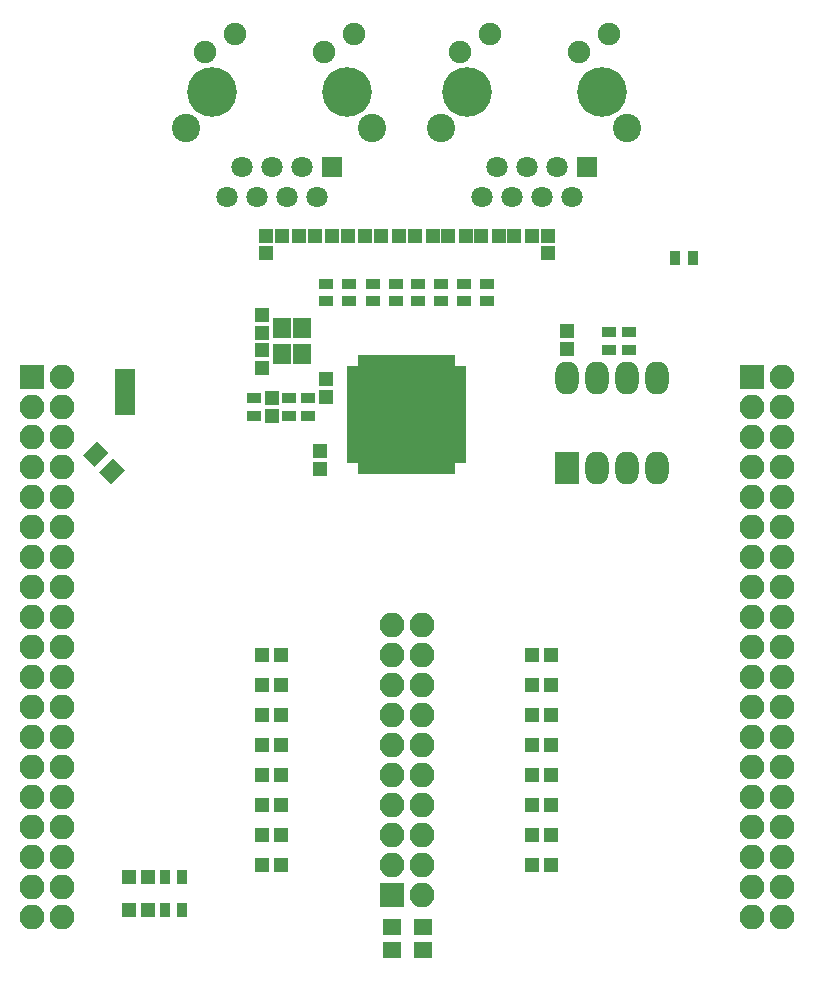
<source format=gbr>
G04 #@! TF.FileFunction,Soldermask,Top*
%FSLAX46Y46*%
G04 Gerber Fmt 4.6, Leading zero omitted, Abs format (unit mm)*
G04 Created by KiCad (PCBNEW 4.0.6) date 04/07/17 01:25:25*
%MOMM*%
%LPD*%
G01*
G04 APERTURE LIST*
%ADD10C,0.100000*%
%ADD11R,2.000000X2.800000*%
%ADD12O,2.000000X2.800000*%
%ADD13R,2.100000X2.100000*%
%ADD14O,2.100000X2.100000*%
%ADD15C,4.200000*%
%ADD16C,1.800000*%
%ADD17C,2.400000*%
%ADD18C,1.900000*%
%ADD19R,1.800000X1.800000*%
%ADD20R,1.150000X1.200000*%
%ADD21R,1.200000X1.150000*%
%ADD22R,1.200000X1.200000*%
%ADD23R,0.900000X1.300000*%
%ADD24R,1.300000X0.900000*%
%ADD25R,1.250000X0.700000*%
%ADD26R,0.700000X1.250000*%
%ADD27R,2.237500X2.237500*%
%ADD28R,1.600000X1.800000*%
%ADD29R,1.670000X1.370000*%
%ADD30R,1.650000X1.400000*%
G04 APERTURE END LIST*
D10*
D11*
X146920000Y-88920000D03*
D12*
X154540000Y-81300000D03*
X149460000Y-88920000D03*
X152000000Y-81300000D03*
X152000000Y-88920000D03*
X149460000Y-81300000D03*
X154540000Y-88920000D03*
X146920000Y-81300000D03*
D13*
X132080000Y-125095000D03*
D14*
X134620000Y-125095000D03*
X132080000Y-122555000D03*
X134620000Y-122555000D03*
X132080000Y-120015000D03*
X134620000Y-120015000D03*
X132080000Y-117475000D03*
X134620000Y-117475000D03*
X132080000Y-114935000D03*
X134620000Y-114935000D03*
X132080000Y-112395000D03*
X134620000Y-112395000D03*
X132080000Y-109855000D03*
X134620000Y-109855000D03*
X132080000Y-107315000D03*
X134620000Y-107315000D03*
X132080000Y-104775000D03*
X134620000Y-104775000D03*
X132080000Y-102235000D03*
X134620000Y-102235000D03*
D15*
X128270000Y-57150000D03*
X116840000Y-57150000D03*
D16*
X118110000Y-66040000D03*
X119380000Y-63500000D03*
X120650000Y-66040000D03*
X121920000Y-63500000D03*
X123190000Y-66040000D03*
X124460000Y-63500000D03*
X125730000Y-66040000D03*
D17*
X114681000Y-60198000D03*
D18*
X116230400Y-53771800D03*
X126339600Y-53771800D03*
X118770400Y-52247800D03*
X128879600Y-52247800D03*
D19*
X127000000Y-63500000D03*
D17*
X130429000Y-60198000D03*
D13*
X101600000Y-81280000D03*
D14*
X104140000Y-81280000D03*
X101600000Y-83820000D03*
X104140000Y-83820000D03*
X101600000Y-86360000D03*
X104140000Y-86360000D03*
X101600000Y-88900000D03*
X104140000Y-88900000D03*
X101600000Y-91440000D03*
X104140000Y-91440000D03*
X101600000Y-93980000D03*
X104140000Y-93980000D03*
X101600000Y-96520000D03*
X104140000Y-96520000D03*
X101600000Y-99060000D03*
X104140000Y-99060000D03*
X101600000Y-101600000D03*
X104140000Y-101600000D03*
X101600000Y-104140000D03*
X104140000Y-104140000D03*
X101600000Y-106680000D03*
X104140000Y-106680000D03*
X101600000Y-109220000D03*
X104140000Y-109220000D03*
X101600000Y-111760000D03*
X104140000Y-111760000D03*
X101600000Y-114300000D03*
X104140000Y-114300000D03*
X101600000Y-116840000D03*
X104140000Y-116840000D03*
X101600000Y-119380000D03*
X104140000Y-119380000D03*
X101600000Y-121920000D03*
X104140000Y-121920000D03*
X101600000Y-124460000D03*
X104140000Y-124460000D03*
X101600000Y-127000000D03*
X104140000Y-127000000D03*
D13*
X162560000Y-81280000D03*
D14*
X165100000Y-81280000D03*
X162560000Y-83820000D03*
X165100000Y-83820000D03*
X162560000Y-86360000D03*
X165100000Y-86360000D03*
X162560000Y-88900000D03*
X165100000Y-88900000D03*
X162560000Y-91440000D03*
X165100000Y-91440000D03*
X162560000Y-93980000D03*
X165100000Y-93980000D03*
X162560000Y-96520000D03*
X165100000Y-96520000D03*
X162560000Y-99060000D03*
X165100000Y-99060000D03*
X162560000Y-101600000D03*
X165100000Y-101600000D03*
X162560000Y-104140000D03*
X165100000Y-104140000D03*
X162560000Y-106680000D03*
X165100000Y-106680000D03*
X162560000Y-109220000D03*
X165100000Y-109220000D03*
X162560000Y-111760000D03*
X165100000Y-111760000D03*
X162560000Y-114300000D03*
X165100000Y-114300000D03*
X162560000Y-116840000D03*
X165100000Y-116840000D03*
X162560000Y-119380000D03*
X165100000Y-119380000D03*
X162560000Y-121920000D03*
X165100000Y-121920000D03*
X162560000Y-124460000D03*
X165100000Y-124460000D03*
X162560000Y-127000000D03*
X165100000Y-127000000D03*
D20*
X121900000Y-84550000D03*
X121900000Y-83050000D03*
X145300000Y-69300000D03*
X145300000Y-70800000D03*
X121400000Y-69300000D03*
X121400000Y-70800000D03*
X126000000Y-87550000D03*
X126000000Y-89050000D03*
X126500000Y-82950000D03*
X126500000Y-81450000D03*
X121100000Y-76000000D03*
X121100000Y-77500000D03*
X121100000Y-80500000D03*
X121100000Y-79000000D03*
D21*
X142450000Y-69300000D03*
X143950000Y-69300000D03*
X141150000Y-69300000D03*
X139650000Y-69300000D03*
X136850000Y-69300000D03*
X138350000Y-69300000D03*
X135550000Y-69300000D03*
X134050000Y-69300000D03*
D20*
X146900000Y-78850000D03*
X146900000Y-77350000D03*
D21*
X124250000Y-69300000D03*
X122750000Y-69300000D03*
X125550000Y-69300000D03*
X127050000Y-69300000D03*
X129850000Y-69300000D03*
X128350000Y-69300000D03*
X131150000Y-69300000D03*
X132650000Y-69300000D03*
D22*
X111400000Y-123550000D03*
X109800000Y-123550000D03*
X111400000Y-126350000D03*
X109800000Y-126350000D03*
D23*
X114350000Y-123550000D03*
X112850000Y-123550000D03*
X114350000Y-126350000D03*
X112850000Y-126350000D03*
D24*
X120400000Y-83050000D03*
X120400000Y-84550000D03*
X140150000Y-74850000D03*
X140150000Y-73350000D03*
X138200000Y-74850000D03*
X138200000Y-73350000D03*
X136250000Y-74850000D03*
X136250000Y-73350000D03*
X134300000Y-74850000D03*
X134300000Y-73350000D03*
X125000000Y-84550000D03*
X125000000Y-83050000D03*
X126550000Y-74850000D03*
X126550000Y-73350000D03*
X128500000Y-74850000D03*
X128500000Y-73350000D03*
X130450000Y-74850000D03*
X130450000Y-73350000D03*
X132400000Y-74850000D03*
X132400000Y-73350000D03*
X150500000Y-77450000D03*
X150500000Y-78950000D03*
X152200000Y-77450000D03*
X152200000Y-78950000D03*
X123400000Y-84550000D03*
X123400000Y-83050000D03*
D25*
X128900000Y-80700000D03*
X128900000Y-81200000D03*
X128900000Y-81700000D03*
X128900000Y-82200000D03*
X128900000Y-82700000D03*
X128900000Y-83200000D03*
X128900000Y-83700000D03*
X128900000Y-84200000D03*
X128900000Y-84700000D03*
X128900000Y-85200000D03*
X128900000Y-85700000D03*
X128900000Y-86200000D03*
X128900000Y-86700000D03*
X128900000Y-87200000D03*
X128900000Y-87700000D03*
X128900000Y-88200000D03*
D26*
X129600000Y-88900000D03*
X130100000Y-88900000D03*
X130600000Y-88900000D03*
X131100000Y-88900000D03*
X131600000Y-88900000D03*
X132100000Y-88900000D03*
X132600000Y-88900000D03*
X133100000Y-88900000D03*
X133600000Y-88900000D03*
X134100000Y-88900000D03*
X134600000Y-88900000D03*
X135100000Y-88900000D03*
X135600000Y-88900000D03*
X136100000Y-88900000D03*
X136600000Y-88900000D03*
X137100000Y-88900000D03*
D25*
X137800000Y-88200000D03*
X137800000Y-87700000D03*
X137800000Y-87200000D03*
X137800000Y-86700000D03*
X137800000Y-86200000D03*
X137800000Y-85700000D03*
X137800000Y-85200000D03*
X137800000Y-84700000D03*
X137800000Y-84200000D03*
X137800000Y-83700000D03*
X137800000Y-83200000D03*
X137800000Y-82700000D03*
X137800000Y-82200000D03*
X137800000Y-81700000D03*
X137800000Y-81200000D03*
X137800000Y-80700000D03*
D26*
X137100000Y-80000000D03*
X136600000Y-80000000D03*
X136100000Y-80000000D03*
X135600000Y-80000000D03*
X135100000Y-80000000D03*
X134600000Y-80000000D03*
X134100000Y-80000000D03*
X133600000Y-80000000D03*
X133100000Y-80000000D03*
X132600000Y-80000000D03*
X132100000Y-80000000D03*
X131600000Y-80000000D03*
X131100000Y-80000000D03*
X130600000Y-80000000D03*
X130100000Y-80000000D03*
X129600000Y-80000000D03*
D27*
X136106250Y-87206250D03*
X136106250Y-85368750D03*
X136106250Y-83531250D03*
X136106250Y-81693750D03*
X134268750Y-87206250D03*
X134268750Y-85368750D03*
X134268750Y-83531250D03*
X134268750Y-81693750D03*
X132431250Y-87206250D03*
X132431250Y-85368750D03*
X132431250Y-83531250D03*
X132431250Y-81693750D03*
X130593750Y-87206250D03*
X130593750Y-85368750D03*
X130593750Y-83531250D03*
X130593750Y-81693750D03*
D28*
X122750000Y-77150000D03*
X122750000Y-79350000D03*
X124450000Y-79350000D03*
X124450000Y-77150000D03*
D15*
X149860000Y-57150000D03*
X138430000Y-57150000D03*
D16*
X139700000Y-66040000D03*
X140970000Y-63500000D03*
X142240000Y-66040000D03*
X143510000Y-63500000D03*
X144780000Y-66040000D03*
X146050000Y-63500000D03*
X147320000Y-66040000D03*
D17*
X136271000Y-60198000D03*
D18*
X137820400Y-53771800D03*
X147929600Y-53771800D03*
X140360400Y-52247800D03*
X150469600Y-52247800D03*
D19*
X148590000Y-63500000D03*
D17*
X152019000Y-60198000D03*
D22*
X122720000Y-104755000D03*
X121120000Y-104755000D03*
X122720000Y-107315000D03*
X121120000Y-107315000D03*
X122720000Y-109855000D03*
X121120000Y-109855000D03*
X122720000Y-112395000D03*
X121120000Y-112395000D03*
X122720000Y-114935000D03*
X121120000Y-114935000D03*
X122720000Y-117475000D03*
X121120000Y-117475000D03*
X122720000Y-120015000D03*
X121120000Y-120015000D03*
X122720000Y-122555000D03*
X121120000Y-122555000D03*
X143980000Y-104775000D03*
X145580000Y-104775000D03*
X143980000Y-107315000D03*
X145580000Y-107315000D03*
X143980000Y-109855000D03*
X145580000Y-109855000D03*
X143980000Y-112395000D03*
X145580000Y-112395000D03*
X143980000Y-114935000D03*
X145580000Y-114935000D03*
X143980000Y-117475000D03*
X145580000Y-117475000D03*
X143980000Y-120015000D03*
X145580000Y-120015000D03*
X143980000Y-122555000D03*
X145580000Y-122555000D03*
D29*
X109500000Y-81230000D03*
X109500000Y-82500000D03*
X109500000Y-83770000D03*
D30*
X134700000Y-127800000D03*
X134700000Y-129800000D03*
X132100000Y-127800000D03*
X132100000Y-129800000D03*
D10*
G36*
X109485445Y-89118719D02*
X108318719Y-90285445D01*
X107328769Y-89295495D01*
X108495495Y-88128769D01*
X109485445Y-89118719D01*
X109485445Y-89118719D01*
G37*
G36*
X108071231Y-87704505D02*
X106904505Y-88871231D01*
X105914555Y-87881281D01*
X107081281Y-86714555D01*
X108071231Y-87704505D01*
X108071231Y-87704505D01*
G37*
D23*
X157550000Y-71200000D03*
X156050000Y-71200000D03*
M02*

</source>
